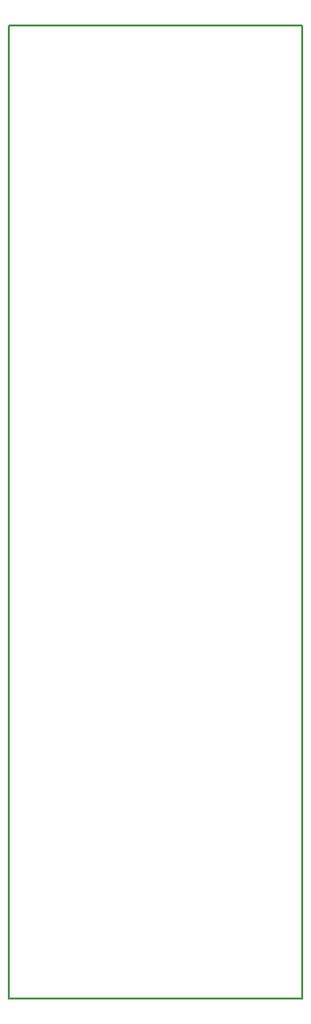
<source format=gm1>
G04 MADE WITH FRITZING*
G04 WWW.FRITZING.ORG*
G04 DOUBLE SIDED*
G04 HOLES PLATED*
G04 CONTOUR ON CENTER OF CONTOUR VECTOR*
%ASAXBY*%
%FSLAX23Y23*%
%MOIN*%
%OFA0B0*%
%SFA1.0B1.0*%
%ADD10R,1.010280X3.319210*%
%ADD11C,0.008000*%
%ADD10C,0.008*%
%LNCONTOUR*%
G90*
G70*
G54D10*
G54D11*
X4Y3315D02*
X1006Y3315D01*
X1006Y4D01*
X4Y4D01*
X4Y3315D01*
D02*
G04 End of contour*
M02*
</source>
